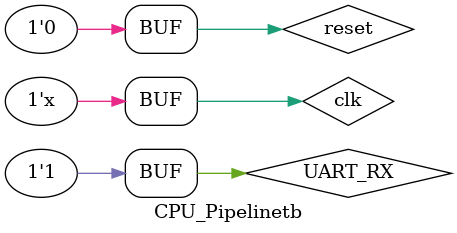
<source format=v>
module CPU_Pipelinetb;
reg clk,reset,UART_RX;
wire UART_TX;
wire[3:0] AN;
wire[7:0] digital,led;
CPU_Pipeline Pipeline(clk,reset,led,AN,digital,UART_TX,UART_RX);  
always #1 clk=~clk;
initial begin
 clk=0;
 reset=1;
 UART_RX=1;
 #10 reset=0;
 #32 UART_RX=0;
 #32 UART_RX=0;
 #32 UART_RX=0;
 #32 UART_RX=0;
 #32 UART_RX=1;
 #32 UART_RX=1;
 #32 UART_RX=0;
 #32 UART_RX=0;
 #32 UART_RX=0; //00011000
 #160 UART_RX=1;
 #32 UART_RX=0;
 #32 UART_RX=0;
 #32 UART_RX=0;
 #32 UART_RX=1;
 #32 UART_RX=0;
 #32 UART_RX=0;
 #32 UART_RX=1;
 #32 UART_RX=0;
 #32 UART_RX=0; //00100100
 #32 UART_RX=1;
 #3200 UART_RX=1;
 #32 UART_RX=0;
 #32 UART_RX=0;
 #32 UART_RX=0;
 #32 UART_RX=0;
 #32 UART_RX=0;
 #32 UART_RX=1;
 #32 UART_RX=1;
 #32 UART_RX=0;
 #32 UART_RX=0; //00110000
 #160 UART_RX=1;
 #32 UART_RX=0;
 #32 UART_RX=0;
 #32 UART_RX=0;
 #32 UART_RX=0;
 #32 UART_RX=1;
 #32 UART_RX=0;
 #32 UART_RX=0;
 #32 UART_RX=1;
 #32 UART_RX=0; //01001000
 #32 UART_RX=1;
 
 end
endmodule
</source>
